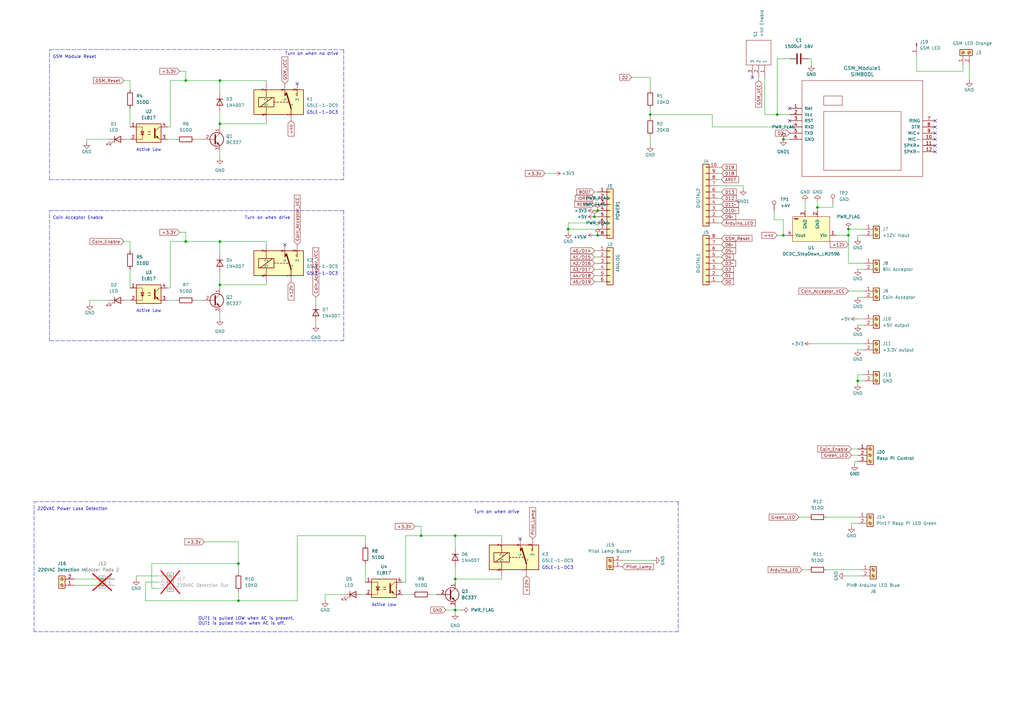
<source format=kicad_sch>
(kicad_sch (version 20230121) (generator eeschema)
  (paper "A3")
  (title_block (title "Arduino UNO R4 Shield Template") (date "2023-08-26") (rev "1A") (company "miekush"))
  (lib_symbols
    (symbol "2MS1T1B3M2QES:2MS1T1B3M2QES" (pin_names (offset 0.762))
      (property "Reference" "S" (at 16.51 7.62 0))
      (property "Value" "2MS1T1B3M2QES" (at 16.51 5.08 0))
      (symbol "2MS1T1B3M2QES_0_0"
        (pin passive line (at 0 -5.08 0) (length 5.08) (name "1") (number "1"))
        (pin passive line (at 0 -2.54 0) (length 5.08) (name "2") (number "2"))
        (pin passive line (at 0 0 0) (length 5.08) (name "3") (number "3"))
      )
    )
    (symbol "Connector:Conn_01x01_Pin" (pin_names (offset 1.016) hide)
      (property "Reference" "J" (at 0 2.54 0))
      (property "Value" "Conn_01x01_Pin" (at 0 -2.54 0))
      (symbol "Conn_01x01_Pin_1_1"
        (pin passive line (at 5.08 0 180) (length 3.81) (name "Pin_1") (number "1"))
      )
    )
    (symbol "Connector:Screw_Terminal_01x02" (pin_names (offset 1.016) hide)
      (property "Reference" "J" (at 0 2.54 0))
      (property "Value" "Screw_Terminal_01x02" (at 0 -5.08 0))
      (symbol "Screw_Terminal_01x02_1_1"
        (pin passive line (at -5.08 0 0) (length 3.81) (name "Pin_1") (number "1"))
        (pin passive line (at -5.08 -2.54 0) (length 3.81) (name "Pin_2") (number "2"))
      )
    )
    (symbol "Connector:Screw_Terminal_01x03" (pin_names (offset 1.016) hide)
      (property "Reference" "J" (at 0 5.08 0))
      (property "Value" "Screw_Terminal_01x03" (at 0 -5.08 0))
      (symbol "Screw_Terminal_01x03_1_1"
        (pin passive line (at -5.08 2.54 0) (length 3.81) (name "Pin_1") (number "1"))
        (pin passive line (at -5.08 0 0) (length 3.81) (name "Pin_2") (number "2"))
        (pin passive line (at -5.08 -2.54 0) (length 3.81) (name "Pin_3") (number "3"))
      )
    )
    (symbol "Connector:TestPoint" (pin_numbers hide) (pin_names (offset 0.762) hide)
      (property "Reference" "TP" (at 0 6.858 0))
      (property "Value" "TestPoint" (at 0 5.08 0))
      (symbol "TestPoint_1_1"
        (pin passive line (at 0 0 90) (length 2.54) (name "1") (number "1"))
      )
    )
    (symbol "Connector_Generic:Conn_01x06" (pin_names (offset 1.016) hide)
      (property "Reference" "J" (at 0 7.62 0))
      (property "Value" "Conn_01x06" (at 0 -10.16 0))
      (symbol "Conn_01x06_1_1"
        (pin passive line (at -5.08 5.08 0) (length 3.81) (name "Pin_1") (number "1"))
        (pin passive line (at -5.08 2.54 0) (length 3.81) (name "Pin_2") (number "2"))
        (pin passive line (at -5.08 0 0) (length 3.81) (name "Pin_3") (number "3"))
        (pin passive line (at -5.08 -2.54 0) (length 3.81) (name "Pin_4") (number "4"))
        (pin passive line (at -5.08 -5.08 0) (length 3.81) (name "Pin_5") (number "5"))
        (pin passive line (at -5.08 -7.62 0) (length 3.81) (name "Pin_6") (number "6"))
      )
    )
    (symbol "Connector_Generic:Conn_01x08" (pin_names (offset 1.016) hide)
      (property "Reference" "J" (at 0 10.16 0))
      (property "Value" "Conn_01x08" (at 0 -12.7 0))
      (symbol "Conn_01x08_1_1"
        (pin passive line (at -5.08 7.62 0) (length 3.81) (name "Pin_1") (number "1"))
        (pin passive line (at -5.08 5.08 0) (length 3.81) (name "Pin_2") (number "2"))
        (pin passive line (at -5.08 2.54 0) (length 3.81) (name "Pin_3") (number "3"))
        (pin passive line (at -5.08 0 0) (length 3.81) (name "Pin_4") (number "4"))
        (pin passive line (at -5.08 -2.54 0) (length 3.81) (name "Pin_5") (number "5"))
        (pin passive line (at -5.08 -5.08 0) (length 3.81) (name "Pin_6") (number "6"))
        (pin passive line (at -5.08 -7.62 0) (length 3.81) (name "Pin_7") (number "7"))
        (pin passive line (at -5.08 -10.16 0) (length 3.81) (name "Pin_8") (number "8"))
      )
    )
    (symbol "Connector_Generic:Conn_01x10" (pin_names (offset 1.016) hide)
      (property "Reference" "J" (at 0 12.7 0))
      (property "Value" "Conn_01x10" (at 0 -15.24 0))
      (symbol "Conn_01x10_1_1"
        (pin passive line (at -5.08 10.16 0) (length 3.81) (name "Pin_1") (number "1"))
        (pin passive line (at -5.08 -12.7 0) (length 3.81) (name "Pin_10") (number "10"))
        (pin passive line (at -5.08 7.62 0) (length 3.81) (name "Pin_2") (number "2"))
        (pin passive line (at -5.08 5.08 0) (length 3.81) (name "Pin_3") (number "3"))
        (pin passive line (at -5.08 2.54 0) (length 3.81) (name "Pin_4") (number "4"))
        (pin passive line (at -5.08 0 0) (length 3.81) (name "Pin_5") (number "5"))
        (pin passive line (at -5.08 -2.54 0) (length 3.81) (name "Pin_6") (number "6"))
        (pin passive line (at -5.08 -5.08 0) (length 3.81) (name "Pin_7") (number "7"))
        (pin passive line (at -5.08 -7.62 0) (length 3.81) (name "Pin_8") (number "8"))
        (pin passive line (at -5.08 -10.16 0) (length 3.81) (name "Pin_9") (number "9"))
      )
    )
    (symbol "Device:C" (pin_numbers hide) (pin_names (offset 0.254))
      (property "Reference" "C" (at 0.635 2.54 0))
      (property "Value" "C" (at 0.635 -2.54 0))
      (symbol "C_1_1"
        (pin passive line (at 0 3.81 270) (length 2.794) (name "~") (number "1"))
        (pin passive line (at 0 -3.81 90) (length 2.794) (name "~") (number "2"))
      )
    )
    (symbol "Device:LED" (pin_numbers hide) (pin_names (offset 1.016) hide)
      (property "Reference" "D" (at 0 2.54 0))
      (property "Value" "LED" (at 0 -2.54 0))
      (symbol "LED_1_1"
        (pin passive line (at -3.81 0 0) (length 2.54) (name "K") (number "1"))
        (pin passive line (at 3.81 0 180) (length 2.54) (name "A") (number "2"))
      )
    )
    (symbol "Device:R" (pin_numbers hide) (pin_names (offset 0))
      (property "Reference" "R" (at 2.032 0 90))
      (property "Value" "R" (at 0 0 90))
      (symbol "R_1_1"
        (pin passive line (at 0 3.81 270) (length 1.27) (name "~") (number "1"))
        (pin passive line (at 0 -3.81 90) (length 1.27) (name "~") (number "2"))
      )
    )
    (symbol "Diode:1N4007" (pin_numbers hide) (pin_names hide)
      (property "Reference" "D" (at 0 2.54 0))
      (property "Value" "1N4007" (at 0 -2.54 0))
      (symbol "1N4007_1_1"
        (pin passive line (at -3.81 0 0) (length 2.54) (name "K") (number "1"))
        (pin passive line (at 3.81 0 180) (length 2.54) (name "A") (number "2"))
      )
    )
    (symbol "G5LE-1-DC5:G5LE-1-DC5" (pin_names (offset 0.762))
      (property "Reference" "K" (at 16.51 7.62 0))
      (property "Value" "G5LE-1-DC5" (at 16.51 5.08 0))
      (symbol "G5LE-1-DC5_0_0"
        (pin passive line (at 10.16 -13.97 90) (length 5.08) (name "1") (number "1"))
        (pin passive line (at 0 1.27 270) (length 5.08) (name "2") (number "2"))
        (pin passive line (at 12.7 1.27 270) (length 5.08) (name "3") (number "3"))
        (pin passive line (at 7.62 1.27 270) (length 5.08) (name "4") (number "4"))
        (pin passive line (at 0 -13.97 90) (length 5.08) (name "5") (number "5"))
      )
    )
    (symbol "Isolator:EL817" (pin_names (offset 1.016))
      (property "Reference" "U" (at -5.08 5.08 0))
      (property "Value" "EL817" (at 0 5.08 0))
      (symbol "EL817_1_1"
        (pin passive line (at -7.62 2.54 0) (length 2.54) (name "~") (number "1"))
        (pin passive line (at -7.62 -2.54 0) (length 2.54) (name "~") (number "2"))
        (pin passive line (at 7.62 -2.54 180) (length 2.54) (name "~") (number "3"))
        (pin passive line (at 7.62 2.54 180) (length 2.54) (name "~") (number "4"))
      )
    )
    (symbol "Transistor_BJT:BC337" (pin_names (offset 0) hide)
      (property "Reference" "Q" (at 5.08 1.905 0))
      (property "Value" "BC337" (at 5.08 0 0))
      (symbol "BC337_1_1"
        (pin passive line (at 2.54 5.08 270) (length 2.54) (name "C") (number "1"))
        (pin input line (at -5.08 0 0) (length 5.08) (name "B") (number "2"))
        (pin passive line (at 2.54 -5.08 90) (length 2.54) (name "E") (number "3"))
      )
    )
    (symbol "power:+3.3V" (power) (pin_names (offset 0))
      (property "Value" "+3.3V" (at 0 3.556 0))
      (symbol "+3.3V_1_1"
        (pin power_in line (at 0 0 90) (length 0) hide (name "+3V3") (number "1"))
      )
    )
    (symbol "power:+5V" (power) (pin_names (offset 0))
      (property "Value" "+5V" (at 0 3.556 0))
      (symbol "+5V_1_1"
        (pin power_in line (at 0 0 90) (length 0) hide (name "+5V") (number "1"))
      )
    )
    (symbol "power:+VSW" (power) (pin_names (offset 0))
      (property "Value" "+VSW" (at 0 3.556 0))
      (symbol "+VSW_1_1"
        (pin power_in line (at 0 0 90) (length 0) hide (name "+VSW") (number "1"))
      )
    )
    (symbol "power:GND" (power) (pin_names (offset 0))
      (property "Value" "GND" (at 0 -3.81 0))
      (symbol "GND_1_1"
        (pin power_in line (at 0 0 270) (length 0) hide (name "GND") (number "1"))
      )
    )
    (symbol "power:GND1" (power) (pin_names (offset 0))
      (property "Value" "GND1" (at 0 -3.81 0))
      (symbol "GND1_1_1"
        (pin power_in line (at 0 0 270) (length 0) hide (name "GND1") (number "1"))
      )
    )
    (symbol "power:PWR_FLAG" (power) (pin_numbers hide) (pin_names (offset 0) hide)
      (property "Value" "PWR_FLAG" (at 0 3.81 0))
      (symbol "PWR_FLAG_0_0"
        (pin power_out line (at 0 0 90) (length 0) (name "pwr") (number "1"))
      )
    )
    (symbol "sim800l:SIM800L" (pin_names (offset 1.016))
      (property "Reference" "GSM_Module1" (at 0.635 22.86 0))
      (property "Value" "SIM800L" (at 0.635 20.32 0))
      (symbol "SIM800L_1_1"
        (pin output line (at -29.21 6.35 0) (length 5.08) (name "Net") (number "1"))
        (pin output line (at 30.48 -6.35 180) (length 5.08) (name "MIC-") (number "10"))
        (pin output line (at 30.48 -8.89 180) (length 5.08) (name "SPKR+") (number "11"))
        (pin output line (at 30.48 -11.43 180) (length 5.08) (name "SPKR-") (number "12"))
        (pin output line (at -29.21 3.81 0) (length 5.08) (name "Vcc") (number "2"))
        (pin output line (at -29.21 1.27 0) (length 5.08) (name "RST") (number "3"))
        (pin output line (at -29.21 -1.27 0) (length 5.08) (name "RXD") (number "4"))
        (pin output line (at -29.21 -3.81 0) (length 5.08) (name "TXD") (number "5"))
        (pin input line (at -29.21 -6.35 0) (length 5.08) (name "GND") (number "6"))
        (pin output line (at 30.48 1.27 180) (length 5.08) (name "RING") (number "7"))
        (pin output line (at 30.48 -1.27 180) (length 5.08) (name "DTR") (number "8"))
        (pin output line (at 30.48 -3.81 180) (length 5.08) (name "MIC+") (number "9"))
      )
    )
    (symbol "yaaj_dcdc_stepdown_lm2596:YAAJ_DCDC_StepDown_LM2596" (pin_names (offset 1.016))
      (property "Reference" "U1" (at 0 7.62 0))
      (property "Value" "YAAJ_DCDC_StepDown_LM2596" (at 0 10.16 0))
      (symbol "YAAJ_DCDC_StepDown_LM2596_1_1"
        (text "Y@@V" (at 6.1976 -4.2672 0) (effects (font (size 0.508 0.508))))
        (pin power_in line (at -10.16 2.54 0) (length 2.54) (name "Vin") (number "1"))
        (pin input line (at -2.54 -7.62 90) (length 2.54) (name "GND") (number "2"))
        (pin input line (at 2.54 -7.62 90) (length 2.54) (name "GND") (number "3"))
        (pin power_out line (at 10.16 2.54 180) (length 2.54) (name "Vout") (number "4"))
      )
    )
  )
  (junction (at 233.045 93.98))
  (junction (at 90.17 33.02))
  (junction (at 90.17 116.84))
  (junction (at 90.17 50.8))
  (junction (at 97.79 246.38))
  (junction (at 351.79 156.21))
  (junction (at 76.2 99.06))
  (junction (at 172.72 219.71))
  (junction (at 335.28 85.09))
  (junction (at 266.7 46.99))
  (junction (at 318.77 46.99))
  (junction (at 76.2 33.02))
  (junction (at 321.31 57.15))
  (junction (at 97.79 231.14))
  (junction (at 347.98 93.98))
  (junction (at 243.84 88.9))
  (junction (at 245.11 86.36))
  (junction (at 321.31 96.52))
  (junction (at 90.17 99.06))
  (junction (at 347.98 96.52))
  (junction (at 245.11 96.52))
  (junction (at 186.69 250.19))
  (junction (at 186.69 219.71))
  (junction (at 186.69 237.49))
  (no_connect (at 383.54 54.61))
  (no_connect (at 383.54 57.15))
  (no_connect (at 383.54 52.07))
  (no_connect (at 383.54 62.23))
  (no_connect (at 383.54 59.69))
  (no_connect (at 308.61 31.75))
  (no_connect (at 116.84 100.33))
  (no_connect (at 323.85 44.45))
  (no_connect (at 121.92 34.29))
  (no_connect (at 323.85 49.53))
  (no_connect (at 213.36 220.98))
  (no_connect (at 383.54 49.53))
  (wire (pts (xy 339.09 233.68) (xy 353.06 233.68)))
  (wire (pts (xy 121.92 219.71) (xy 149.86 219.71)))
  (wire (pts (xy 166.37 219.71) (xy 172.72 219.71)))
  (wire (pts (xy 243.84 88.9) (xy 245.11 88.9)))
  (wire (pts (xy 266.7 46.99) (xy 266.7 48.26)))
  (wire (pts (xy 90.17 45.72) (xy 90.17 50.8)))
  (wire (pts (xy 129.54 132.08) (xy 129.54 133.35)))
  (wire (pts (xy 255.27 229.87) (xy 267.97 229.87)))
  (polyline (pts (xy 278.13 205.74) (xy 278.13 259.08)) (stroke (width 0) (type dash)))
  (polyline (pts (xy 20.32 73.66) (xy 20.32 20.32)) (stroke (width 0) (type dash)))
  (wire (pts (xy 109.22 33.02) (xy 90.17 33.02)))
  (wire (pts (xy 109.22 33.02) (xy 109.22 34.29)))
  (wire (pts (xy 295.91 88.9) (xy 294.64 88.9)))
  (wire (pts (xy 335.28 82.55) (xy 335.28 85.09)))
  (wire (pts (xy 304.8 76.2) (xy 304.8 77.47)))
  (wire (pts (xy 349.25 214.63) (xy 351.79 214.63)))
  (wire (pts (xy 351.79 130.81) (xy 354.33 130.81)))
  (wire (pts (xy 68.58 123.19) (xy 72.39 123.19)))
  (wire (pts (xy 243.84 113.03) (xy 245.11 113.03)))
  (wire (pts (xy 166.37 238.76) (xy 166.37 219.71)))
  (wire (pts (xy 295.91 91.44) (xy 294.64 91.44)))
  (wire (pts (xy 53.34 99.06) (xy 50.8 99.06)))
  (wire (pts (xy 233.045 93.98) (xy 245.11 93.98)))
  (wire (pts (xy 186.69 250.19) (xy 186.69 251.46)))
  (wire (pts (xy 73.66 29.21) (xy 76.2 29.21)))
  (wire (pts (xy 266.7 44.45) (xy 266.7 46.99)))
  (wire (pts (xy 73.66 95.25) (xy 76.2 95.25)))
  (wire (pts (xy 243.84 83.82) (xy 245.11 83.82)))
  (wire (pts (xy 294.64 97.79) (xy 295.91 97.79)))
  (wire (pts (xy 97.79 246.38) (xy 97.79 242.57)))
  (wire (pts (xy 35.56 57.15) (xy 35.56 58.42)))
  (wire (pts (xy 375.92 29.21) (xy 394.97 29.21)))
  (wire (pts (xy 331.47 24.13) (xy 332.74 24.13)))
  (wire (pts (xy 129.54 121.92) (xy 129.54 124.46)))
  (wire (pts (xy 295.91 86.36) (xy 294.64 86.36)))
  (wire (pts (xy 323.85 24.13) (xy 318.77 24.13)))
  (wire (pts (xy 62.23 231.14) (xy 97.79 231.14)))
  (wire (pts (xy 349.25 184.15) (xy 351.79 184.15)))
  (wire (pts (xy 243.84 115.57) (xy 245.11 115.57)))
  (wire (pts (xy 53.34 33.02) (xy 50.8 33.02)))
  (wire (pts (xy 330.2 82.55) (xy 330.2 86.36)))
  (wire (pts (xy 53.34 102.87) (xy 53.34 99.06)))
  (wire (pts (xy 165.1 243.84) (xy 168.91 243.84)))
  (wire (pts (xy 83.82 222.25) (xy 97.79 222.25)))
  (polyline (pts (xy 13.97 259.08) (xy 13.97 205.74)) (stroke (width 0) (type dash)))
  (wire (pts (xy 292.1 52.07) (xy 292.1 46.99)))
  (wire (pts (xy 53.34 110.49) (xy 53.34 118.11)))
  (wire (pts (xy 109.22 99.06) (xy 109.22 100.33)))
  (wire (pts (xy 233.045 91.44) (xy 245.11 91.44)))
  (wire (pts (xy 335.28 85.09) (xy 335.28 86.36)))
  (wire (pts (xy 266.7 46.99) (xy 292.1 46.99)))
  (wire (pts (xy 186.69 232.41) (xy 186.69 237.49)))
  (wire (pts (xy 318.77 96.52) (xy 321.31 96.52)))
  (wire (pts (xy 76.2 33.02) (xy 90.17 33.02)))
  (wire (pts (xy 69.85 52.07) (xy 69.85 33.02)))
  (wire (pts (xy 109.22 115.57) (xy 109.22 116.84)))
  (polyline (pts (xy 140.97 139.7) (xy 20.32 139.7)) (stroke (width 0) (type dash)))
  (wire (pts (xy 266.7 31.75) (xy 266.7 36.83)))
  (wire (pts (xy 30.48 240.03) (xy 46.99 240.03)))
  (wire (pts (xy 351.79 143.51) (xy 354.33 143.51)))
  (wire (pts (xy 351.79 121.92) (xy 354.33 121.92)))
  (polyline (pts (xy 20.32 20.32) (xy 140.97 20.32)) (stroke (width 0) (type dash)))
  (wire (pts (xy 351.79 156.21) (xy 351.79 157.48)))
  (wire (pts (xy 233.045 91.44) (xy 233.045 93.98)))
  (wire (pts (xy 321.31 96.52) (xy 322.58 96.52)))
  (wire (pts (xy 294.64 107.95) (xy 295.91 107.95)))
  (wire (pts (xy 295.91 83.82) (xy 294.64 83.82)))
  (wire (pts (xy 62.23 231.14) (xy 62.23 241.3)))
  (wire (pts (xy 323.85 52.07) (xy 292.1 52.07)))
  (wire (pts (xy 311.15 33.02) (xy 311.15 31.75)))
  (wire (pts (xy 52.07 57.15) (xy 53.34 57.15)))
  (wire (pts (xy 205.74 219.71) (xy 205.74 220.98)))
  (wire (pts (xy 266.7 55.88) (xy 266.7 59.69)))
  (wire (pts (xy 347.98 96.52) (xy 347.98 107.95)))
  (wire (pts (xy 332.74 24.13) (xy 332.74 26.67)))
  (wire (pts (xy 97.79 222.25) (xy 97.79 231.14)))
  (wire (pts (xy 351.79 133.35) (xy 354.33 133.35)))
  (wire (pts (xy 68.58 52.07) (xy 69.85 52.07)))
  (wire (pts (xy 347.98 107.95) (xy 354.33 107.95)))
  (polyline (pts (xy 13.97 205.74) (xy 278.13 205.74)) (stroke (width 0) (type dash)))
  (wire (pts (xy 351.79 156.21) (xy 351.79 153.67)))
  (wire (pts (xy 332.74 140.97) (xy 354.33 140.97)))
  (wire (pts (xy 259.08 31.75) (xy 266.7 31.75)))
  (wire (pts (xy 205.74 237.49) (xy 186.69 237.49)))
  (wire (pts (xy 243.84 105.41) (xy 245.11 105.41)))
  (wire (pts (xy 62.23 241.3) (xy 64.77 241.3)))
  (polyline (pts (xy 140.97 86.36) (xy 140.97 139.7)) (stroke (width 0) (type dash)))
  (wire (pts (xy 68.58 118.11) (xy 69.85 118.11)))
  (wire (pts (xy 347.98 119.38) (xy 354.33 119.38)))
  (wire (pts (xy 59.69 246.38) (xy 97.79 246.38)))
  (wire (pts (xy 109.22 50.8) (xy 90.17 50.8)))
  (wire (pts (xy 233.045 93.98) (xy 233.045 95.25)))
  (wire (pts (xy 76.2 29.21) (xy 76.2 33.02)))
  (wire (pts (xy 351.79 110.49) (xy 354.33 110.49)))
  (wire (pts (xy 186.69 237.49) (xy 186.69 238.76)))
  (wire (pts (xy 133.35 243.84) (xy 140.97 243.84)))
  (wire (pts (xy 90.17 128.27) (xy 90.17 130.81)))
  (polyline (pts (xy 278.13 259.08) (xy 13.97 259.08)) (stroke (width 0) (type dash)))
  (wire (pts (xy 331.47 233.68) (xy 328.93 233.68)))
  (wire (pts (xy 350.52 190.5) (xy 350.52 189.23)))
  (wire (pts (xy 294.64 113.03) (xy 295.91 113.03)))
  (wire (pts (xy 397.51 26.67) (xy 397.51 33.02)))
  (wire (pts (xy 176.53 243.84) (xy 179.07 243.84)))
  (wire (pts (xy 121.92 246.38) (xy 121.92 219.71)))
  (wire (pts (xy 243.84 78.74) (xy 245.11 78.74)))
  (wire (pts (xy 243.84 102.87) (xy 245.11 102.87)))
  (wire (pts (xy 97.79 231.14) (xy 97.79 234.95)))
  (wire (pts (xy 313.69 46.99) (xy 318.77 46.99)))
  (wire (pts (xy 243.84 107.95) (xy 245.11 107.95)))
  (wire (pts (xy 243.84 81.28) (xy 245.11 81.28)))
  (wire (pts (xy 90.17 111.76) (xy 90.17 116.84)))
  (wire (pts (xy 350.52 189.23) (xy 351.79 189.23)))
  (wire (pts (xy 109.22 49.53) (xy 109.22 50.8)))
  (wire (pts (xy 170.18 215.9) (xy 172.72 215.9)))
  (wire (pts (xy 205.74 219.71) (xy 186.69 219.71)))
  (wire (pts (xy 64.77 236.22) (xy 55.88 236.22)))
  (wire (pts (xy 68.58 57.15) (xy 72.39 57.15)))
  (wire (pts (xy 394.97 29.21) (xy 394.97 26.67)))
  (wire (pts (xy 148.59 243.84) (xy 149.86 243.84)))
  (wire (pts (xy 294.64 102.87) (xy 295.91 102.87)))
  (wire (pts (xy 351.79 156.21) (xy 354.33 156.21)))
  (wire (pts (xy 294.64 105.41) (xy 295.91 105.41)))
  (wire (pts (xy 351.79 96.52) (xy 351.79 97.79)))
  (wire (pts (xy 90.17 50.8) (xy 90.17 52.07)))
  (wire (pts (xy 223.52 71.12) (xy 227.33 71.12)))
  (wire (pts (xy 294.64 71.12) (xy 295.91 71.12)))
  (wire (pts (xy 182.88 250.19) (xy 186.69 250.19)))
  (polyline (pts (xy 140.97 20.32) (xy 140.97 73.66)) (stroke (width 0) (type dash)))
  (wire (pts (xy 35.56 57.15) (xy 44.45 57.15)))
  (polyline (pts (xy 20.32 139.7) (xy 20.32 86.36)) (stroke (width 0) (type dash)))
  (wire (pts (xy 69.85 33.02) (xy 76.2 33.02)))
  (wire (pts (xy 295.91 78.74) (xy 294.64 78.74)))
  (wire (pts (xy 186.69 248.92) (xy 186.69 250.19)))
  (wire (pts (xy 317.5 90.17) (xy 317.5 86.36)))
  (wire (pts (xy 349.25 214.63) (xy 349.25 215.9)))
  (wire (pts (xy 90.17 116.84) (xy 90.17 118.11)))
  (wire (pts (xy 375.92 22.86) (xy 375.92 29.21)))
  (wire (pts (xy 243.84 96.52) (xy 245.11 96.52)))
  (wire (pts (xy 321.31 90.17) (xy 317.5 90.17)))
  (wire (pts (xy 318.77 24.13) (xy 318.77 46.99)))
  (wire (pts (xy 186.69 219.71) (xy 186.69 224.79)))
  (wire (pts (xy 321.31 90.17) (xy 321.31 96.52)))
  (wire (pts (xy 327.66 212.09) (xy 331.47 212.09)))
  (polyline (pts (xy 140.97 73.66) (xy 20.32 73.66)) (stroke (width 0) (type dash)))
  (wire (pts (xy 90.17 33.02) (xy 90.17 38.1)))
  (wire (pts (xy 53.34 44.45) (xy 53.34 52.07)))
  (wire (pts (xy 133.35 243.84) (xy 133.35 246.38)))
  (wire (pts (xy 36.83 123.19) (xy 36.83 124.46)))
  (wire (pts (xy 347.98 96.52) (xy 347.98 93.98)))
  (wire (pts (xy 335.28 85.09) (xy 341.63 85.09)))
  (wire (pts (xy 295.91 81.28) (xy 294.64 81.28)))
  (wire (pts (xy 342.9 96.52) (xy 347.98 96.52)))
  (wire (pts (xy 354.33 96.52) (xy 351.79 96.52)))
  (wire (pts (xy 347.98 93.98) (xy 354.33 93.98)))
  (wire (pts (xy 53.34 36.83) (xy 53.34 33.02)))
  (wire (pts (xy 294.64 110.49) (xy 295.91 110.49)))
  (wire (pts (xy 149.86 231.14) (xy 149.86 238.76)))
  (wire (pts (xy 243.84 110.49) (xy 245.11 110.49)))
  (wire (pts (xy 313.69 31.75) (xy 313.69 46.99)))
  (wire (pts (xy 353.06 236.22) (xy 346.71 236.22)))
  (wire (pts (xy 341.63 85.09) (xy 341.63 83.82)))
  (wire (pts (xy 339.09 212.09) (xy 351.79 212.09)))
  (wire (pts (xy 97.79 246.38) (xy 121.92 246.38)))
  (wire (pts (xy 109.22 116.84) (xy 90.17 116.84)))
  (wire (pts (xy 36.83 123.19) (xy 44.45 123.19)))
  (wire (pts (xy 165.1 238.76) (xy 166.37 238.76)))
  (wire (pts (xy 294.64 68.58) (xy 295.91 68.58)))
  (wire (pts (xy 64.77 238.76) (xy 59.69 238.76)))
  (wire (pts (xy 149.86 223.52) (xy 149.86 219.71)))
  (wire (pts (xy 294.64 73.66) (xy 295.91 73.66)))
  (wire (pts (xy 349.25 186.69) (xy 351.79 186.69)))
  (wire (pts (xy 323.85 57.15) (xy 321.31 57.15)))
  (wire (pts (xy 52.07 123.19) (xy 53.34 123.19)))
  (wire (pts (xy 90.17 99.06) (xy 90.17 104.14)))
  (wire (pts (xy 80.01 57.15) (xy 82.55 57.15)))
  (wire (pts (xy 186.69 250.19) (xy 189.23 250.19)))
  (wire (pts (xy 76.2 99.06) (xy 90.17 99.06)))
  (wire (pts (xy 243.84 86.36) (xy 245.11 86.36)))
  (wire (pts (xy 318.77 46.99) (xy 323.85 46.99)))
  (wire (pts (xy 55.88 236.22) (xy 55.88 237.49)))
  (polyline (pts (xy 20.32 86.36) (xy 140.97 86.36)) (stroke (width 0) (type dash)))
  (wire (pts (xy 294.64 115.57) (xy 295.91 115.57)))
  (wire (pts (xy 69.85 118.11) (xy 69.85 99.06)))
  (wire (pts (xy 69.85 99.06) (xy 76.2 99.06)))
  (wire (pts (xy 172.72 219.71) (xy 186.69 219.71)))
  (wire (pts (xy 172.72 215.9) (xy 172.72 219.71)))
  (wire (pts (xy 294.64 76.2) (xy 304.8 76.2)))
  (wire (pts (xy 205.74 236.22) (xy 205.74 237.49)))
  (wire (pts (xy 30.48 237.49) (xy 46.99 237.49)))
  (wire (pts (xy 294.64 100.33) (xy 295.91 100.33)))
  (wire (pts (xy 59.69 238.76) (xy 59.69 246.38)))
  (wire (pts (xy 76.2 95.25) (xy 76.2 99.06)))
  (wire (pts (xy 109.22 99.06) (xy 90.17 99.06)))
  (wire (pts (xy 351.79 153.67) (xy 354.33 153.67)))
  (wire (pts (xy 90.17 62.23) (xy 90.17 64.77)))
  (wire (pts (xy 80.01 123.19) (xy 82.55 123.19)))
  (text "G5LE-1-DC3" (at 222.25 233.68 0) (effects (font (size 1.27 1.27)) (justify left bottom)))
  (text "Active Low" (at 55.88 128.27 0) (effects (font (size 1.27 1.27)) (justify left bottom)))
  (text "Turn on when drive" (at 100.33 90.17 0) (effects (font (size 1.27 1.27)) (justify left bottom)))
  (text "Turn on when drive" (at 194.31 210.82 0) (effects (font (size 1.27 1.27)) (justify left bottom)))
  (text "G5LE-1-DC3" (at 125.73 46.99 0) (effects (font (size 1.27 1.27)) (justify left bottom)))
  (text "Coin Acceptor Enable" (at 21.59 90.17 0) (effects (font (size 1.27 1.27)) (justify left bottom)))
  (text "GSM Module Reset" (at 21.59 24.13 0) (effects (font (size 1.27 1.27)) (justify left bottom)))
  (text "Turn on when no drive" (at 116.84 22.86 0) (effects (font (size 1.27 1.27)) (justify left bottom)))
  (text "OUT1 is pulled LOW when AC is present.\nOUT1 is pulled HIGH when AC is off." (at 81.28 256.54 0) (effects (font (size 1.27 1.27)) (justify left bottom)))
  (text "Active Low" (at 152.4 248.92 0) (effects (font (size 1.27 1.27)) (justify left bottom)))
  (text "Active Low" (at 55.88 62.23 0) (effects (font (size 1.27 1.27)) (justify left bottom)))
  (text "G5LE-1-DC3" (at 125.73 113.03 0) (effects (font (size 1.27 1.27)) (justify left bottom)))
  (text "220VAC Power Loss Detection" (at 15.24 209.55 0) (effects (font (size 1.27 1.27)) (justify left bottom)))
  (global_label "BOOT" (shape input) (at 243.84 78.74 180) (property "Intersheetrefs" "${INTERSHEET_REFS}" (effects hide)))
  (global_label "Coin_Acceptor_VCC" (shape input) (at 347.98 119.38 180) (property "Intersheetrefs" "${INTERSHEET_REFS}" (effects hide)))
  (global_label "D12" (shape input) (at 295.91 81.28 0) (property "Intersheetrefs" "${INTERSHEET_REFS}" (effects hide)))
  (global_label "+3.3V" (shape input) (at 170.18 215.9 180) (property "Intersheetrefs" "${INTERSHEET_REFS}" (effects hide)))
  (global_label "D19" (shape input) (at 295.91 68.58 0) (property "Intersheetrefs" "${INTERSHEET_REFS}" (effects hide)))
  (global_label "+4V" (shape input) (at 318.77 96.52 180) (property "Intersheetrefs" "${INTERSHEET_REFS}" (effects hide)))
  (global_label "IOREF" (shape input) (at 243.84 81.28 180) (property "Intersheetrefs" "${INTERSHEET_REFS}" (effects hide)))
  (global_label "+3.3V" (shape input) (at 83.82 222.25 180) (property "Intersheetrefs" "${INTERSHEET_REFS}" (effects hide)))
  (global_label "+12V" (shape input) (at 119.38 115.57 270) (property "Intersheetrefs" "${INTERSHEET_REFS}" (effects hide)))
  (global_label "D13" (shape input) (at 295.91 78.74 0) (property "Intersheetrefs" "${INTERSHEET_REFS}" (effects hide)))
  (global_label "Green_LED" (shape input) (at 349.25 186.69 180) (property "Intersheetrefs" "${INTERSHEET_REFS}" (effects hide)))
  (global_label "Pilot_Lamp" (shape input) (at 218.44 220.98 90) (property "Intersheetrefs" "${INTERSHEET_REFS}" (effects hide)))
  (global_label "Arduino_LED" (shape input) (at 295.91 91.44 0) (property "Intersheetrefs" "${INTERSHEET_REFS}" (effects hide)))
  (global_label "AREF" (shape input) (at 295.91 73.66 0) (property "Intersheetrefs" "${INTERSHEET_REFS}" (effects hide)))
  (global_label "+3.3V" (shape input) (at 73.66 29.21 180) (property "Intersheetrefs" "${INTERSHEET_REFS}" (effects hide)))
  (global_label "A0{slash}D14" (shape input) (at 243.84 102.87 180) (property "Intersheetrefs" "${INTERSHEET_REFS}" (effects hide)))
  (global_label "GSM_Reset" (shape input) (at 50.8 33.02 180) (property "Intersheetrefs" "${INTERSHEET_REFS}" (effects hide)))
  (global_label "D4" (shape input) (at 295.91 105.41 0) (property "Intersheetrefs" "${INTERSHEET_REFS}" (effects hide)))
  (global_label "Pilot_Lamp" (shape input) (at 255.27 232.41 0) (property "Intersheetrefs" "${INTERSHEET_REFS}" (effects hide)))
  (global_label "GND" (shape input) (at 182.88 250.19 180) (property "Intersheetrefs" "${INTERSHEET_REFS}" (effects hide)))
  (global_label "D3~" (shape input) (at 323.85 54.61 180) (property "Intersheetrefs" "${INTERSHEET_REFS}" (effects hide)))
  (global_label "A1{slash}D15" (shape input) (at 243.84 105.41 180) (property "Intersheetrefs" "${INTERSHEET_REFS}" (effects hide)))
  (global_label "A4{slash}D18" (shape input) (at 243.84 113.03 180) (property "Intersheetrefs" "${INTERSHEET_REFS}" (effects hide)))
  (global_label "Coin_Enable" (shape input) (at 50.8 99.06 180) (property "Intersheetrefs" "${INTERSHEET_REFS}" (effects hide)))
  (global_label "D5~" (shape input) (at 295.91 102.87 0) (property "Intersheetrefs" "${INTERSHEET_REFS}" (effects hide)))
  (global_label "A3{slash}D17" (shape input) (at 243.84 110.49 180) (property "Intersheetrefs" "${INTERSHEET_REFS}" (effects hide)))
  (global_label "Coin_Acceptor_VCC" (shape input) (at 121.92 100.33 90) (property "Intersheetrefs" "${INTERSHEET_REFS}" (effects hide)))
  (global_label "A2{slash}D16" (shape input) (at 243.84 107.95 180) (property "Intersheetrefs" "${INTERSHEET_REFS}" (effects hide)))
  (global_label "Arduino_LED" (shape input) (at 328.93 233.68 180) (property "Intersheetrefs" "${INTERSHEET_REFS}" (effects hide)))
  (global_label "D2" (shape input) (at 295.91 110.49 0) (property "Intersheetrefs" "${INTERSHEET_REFS}" (effects hide)))
  (global_label "D6~" (shape input) (at 295.91 100.33 0) (property "Intersheetrefs" "${INTERSHEET_REFS}" (effects hide)))
  (global_label "+3.3V" (shape input) (at 223.52 71.12 180) (property "Intersheetrefs" "${INTERSHEET_REFS}" (effects hide)))
  (global_label "D18" (shape input) (at 295.91 71.12 0) (property "Intersheetrefs" "${INTERSHEET_REFS}" (effects hide)))
  (global_label "D1" (shape input) (at 295.91 113.03 0) (property "Intersheetrefs" "${INTERSHEET_REFS}" (effects hide)))
  (global_label "RESET" (shape input) (at 243.84 83.82 180) (property "Intersheetrefs" "${INTERSHEET_REFS}" (effects hide)))
  (global_label "+12V" (shape input) (at 215.9 236.22 270) (property "Intersheetrefs" "${INTERSHEET_REFS}" (effects hide)))
  (global_label "D10~" (shape input) (at 295.91 86.36 0) (property "Intersheetrefs" "${INTERSHEET_REFS}" (effects hide)))
  (global_label "D11~" (shape input) (at 295.91 83.82 0) (property "Intersheetrefs" "${INTERSHEET_REFS}" (effects hide)))
  (global_label "A5{slash}D19" (shape input) (at 243.84 115.57 180) (property "Intersheetrefs" "${INTERSHEET_REFS}" (effects hide)))
  (global_label "D0" (shape input) (at 295.91 115.57 0) (property "Intersheetrefs" "${INTERSHEET_REFS}" (effects hide)))
  (global_label "Coin_Enable" (shape input) (at 349.25 184.15 180) (property "Intersheetrefs" "${INTERSHEET_REFS}" (effects hide)))
  (global_label "D9~" (shape input) (at 295.91 88.9 0) (property "Intersheetrefs" "${INTERSHEET_REFS}" (effects hide)))
  (global_label "+3.3V" (shape input) (at 73.66 95.25 180) (property "Intersheetrefs" "${INTERSHEET_REFS}" (effects hide)))
  (global_label "Green_LED" (shape input) (at 327.66 212.09 180) (property "Intersheetrefs" "${INTERSHEET_REFS}" (effects hide)))
  (global_label "GSM_VCC" (shape input) (at 311.15 33.02 270) (property "Intersheetrefs" "${INTERSHEET_REFS}" (effects hide)))
  (global_label "D2" (shape input) (at 259.08 31.75 180) (property "Intersheetrefs" "${INTERSHEET_REFS}" (effects hide)))
  (global_label "GSM_Reset" (shape input) (at 295.91 97.79 0) (property "Intersheetrefs" "${INTERSHEET_REFS}" (effects hide)))
  (global_label "+4V" (shape input) (at 119.38 49.53 270) (property "Intersheetrefs" "${INTERSHEET_REFS}" (effects hide)))
  (global_label "Coin_Acceptor_VCC" (shape input) (at 129.54 121.92 90) (property "Intersheetrefs" "${INTERSHEET_REFS}" (effects hide)))
  (global_label "GSM_VCC" (shape input) (at 116.84 34.29 90) (property "Intersheetrefs" "${INTERSHEET_REFS}" (effects hide)))
  (global_label "+12V" (shape input) (at 347.98 100.33 180) (property "Intersheetrefs" "${INTERSHEET_REFS}" (effects hide)))
  (global_label "D3~" (shape input) (at 295.91 107.95 0) (property "Intersheetrefs" "${INTERSHEET_REFS}" (effects hide)))
  (symbol (lib_id "Diode:1N4007") (at 90.17 107.95 270) (unit 1)
    (property "Reference" "D4" (at 92.71 106.68 90) (effects (justify left)))
    (property "Value" "1N4007" (at 92.71 109.22 90) (effects (justify left)))
    (property "Footprint" "Diode_THT:D_DO-41_SOD81_P10.16mm_Horizontal" (effects hide))
    (property "Datasheet" "http://www.vishay.com/docs/88503/1n4001.pdf" (effects hide))
    (property "Sim.Device" "D" (effects hide))
    (property "Sim.Pins" "1=K 2=A" (effects hide))
  )
  (symbol (lib_id "power:+5V") (at 351.79 130.81 90) (unit 1)
    (property "Reference" "#PWR020" (effects hide))
    (property "Value" "+5V" (at 346.71 130.81 90))
  )
  (symbol (lib_id "Connector:Screw_Terminal_01x03") (at 356.87 186.69 0) (unit 1)
    (property "Reference" "J20" (at 359.41 185.42 0) (effects (justify left)))
    (property "Value" "Rasp Pi Control" (at 359.41 187.96 0) (effects (justify left)))
    (property "Footprint" "TerminalBlock_Phoenix:TerminalBlock_Phoenix_MKDS-1,5-3-5.08_1x03_P5.08mm_Horizontal" (effects hide))
    (property "Sim.Enable" "0" (effects hide))
  )
  (symbol (lib_id "power:+5V") (at 243.84 88.9 90) (unit 1)
    (property "Reference" "#PWR04" (effects hide))
    (property "Value" "+5V" (at 238.76 88.9 90))
  )
  (symbol (lib_id "power:GND") (at 55.88 237.49 0) (unit 1)
    (property "Reference" "#PWR024" (effects hide))
    (property "Value" "GND" (at 55.88 241.3 0))
  )
  (symbol (lib_id "Device:R") (at 149.86 227.33 180) (unit 1)
    (property "Reference" "R8" (at 152.4 226.06 0) (effects (justify right)))
    (property "Value" "510Ω" (at 152.4 228.6 0) (effects (justify right)))
    (property "Footprint" "Resistor_THT:R_Axial_DIN0207_L6.3mm_D2.5mm_P10.16mm_Horizontal" (effects hide))
  )
  (symbol (lib_id "Connector:Screw_Terminal_01x02") (at 359.41 93.98 0) (unit 1)
    (property "Reference" "J7" (at 361.95 93.98 0) (effects (justify left)))
    (property "Value" "+12V Input" (at 361.95 96.52 0) (effects (justify left)))
    (property "Footprint" "TerminalBlock_Phoenix:TerminalBlock_Phoenix_MKDS-1,5-2-5.08_1x02_P5.08mm_Horizontal" (effects hide))
    (property "Sim.Enable" "0" (effects hide))
  )
  (symbol (lib_id "power:PWR_FLAG") (at 243.84 88.9 0) (unit 1)
    (property "Reference" "#FLG04" (effects hide))
    (property "Value" "PWR_FLAG" (at 243.84 83.82 0))
  )
  (symbol (lib_id "2MS1T1B3M2QES:2MS1T1B3M2QES") (at 308.61 31.75 90) (unit 1)
    (property "Reference" "S1" (at 309.88 15.24 0) (effects (justify left)))
    (property "Value" "+4V Enable" (at 312.42 15.24 0) (effects (justify left)))
    (property "Footprint" "2MS1T1B3M2QES:2MS1T1B3M2QES" (effects hide))
    (property "Datasheet" "https://www.mouser.it/datasheet/2/979/Dailywell_01132020_2M_Series-1708785.pdf" (effects hide))
    (property "Description" "Toggle Switches SPDT ON-ON" (effects hide))
    (property "Height" "23.63" (effects hide))
    (property "Mouser Part Number" "118-2MS1T1B3M2QES" (effects hide))
    (property "Mouser Price/Stock" "https://www.mouser.co.uk/ProductDetail/Dailywell/2MS1T1B3M2QES?qs=B6kkDfuK7%2FC8dKx8sZvGxg%3D%3D" (effects hide))
    (property "Manufacturer_Name" "Dailywell" (effects hide))
    (property "Manufacturer_Part_Number" "2MS1T1B3M2QES" (effects hide))
    (property "Sim.Enable" "0" (effects hide))
  )
  (symbol (lib_id "Connector_Generic:Conn_01x08") (at 289.56 107.95 180) (unit 1)
    (property "Reference" "J5" (at 289.56 95.25 0))
    (property "Value" "DIGITAL1" (at 286.385 107.95 90))
    (property "Footprint" "Connector_PinHeader_2.54mm:PinHeader_1x08_P2.54mm_Vertical" (effects hide))
    (property "Sim.Enable" "0" (effects hide))
  )
  (symbol (lib_id "Diode:1N4007") (at 90.17 41.91 270) (unit 1)
    (property "Reference" "D3" (at 92.71 40.64 90) (effects (justify left)))
    (property "Value" "1N4007" (at 92.71 43.18 90) (effects (justify left)))
    (property "Footprint" "Diode_THT:D_DO-41_SOD81_P10.16mm_Horizontal" (effects hide))
    (property "Datasheet" "http://www.vishay.com/docs/88503/1n4001.pdf" (effects hide))
    (property "Sim.Device" "D" (effects hide))
    (property "Sim.Pins" "1=K 2=A" (effects hide))
  )
  (symbol (lib_id "yaaj_dcdc_stepdown_lm2596:YAAJ_DCDC_StepDown_LM2596") (at 332.74 93.98 180) (unit 1)
    (property "Reference" "U1" (at 332.74 101.6 0))
    (property "Value" "DCDC_StepDown_LM2596" (at 332.74 104.14 0))
    (property "Footprint" "LM2596_Module:YAAJ_DCDC_StepDown_LM2596" (effects hide))
    (property "Sim.Enable" "0" (effects hide))
  )
  (symbol (lib_id "power:PWR_FLAG") (at 189.23 250.19 270) (unit 1)
    (property "Reference" "#FLG08" (effects hide))
    (property "Value" "PWR_FLAG" (at 193.04 250.19 90) (effects (justify left)))
  )
  (symbol (lib_id "Device:LED") (at 48.26 123.19 0) (unit 1)
    (property "Reference" "D2" (at 46.6725 116.84 0))
    (property "Value" "LED" (at 46.6725 119.38 0))
    (property "Footprint" "LED_THT:LED_D3.0mm" (effects hide))
    (property "Sim.Enable" "0" (effects hide))
  )
  (symbol (lib_id "Connector:Screw_Terminal_01x02") (at 359.41 119.38 0) (unit 1)
    (property "Reference" "J9" (at 361.95 119.38 0) (effects (justify left)))
    (property "Value" "Coin Acceptor" (at 361.95 121.92 0) (effects (justify left)))
    (property "Footprint" "TerminalBlock_Phoenix:TerminalBlock_Phoenix_MKDS-1,5-2-5.08_1x02_P5.08mm_Horizontal" (effects hide))
    (property "Sim.Enable" "0" (effects hide))
  )
  (symbol (lib_id "Device:R") (at 335.28 233.68 270) (unit 1)
    (property "Reference" "R11" (at 335.28 227.33 90))
    (property "Value" "510Ω" (at 335.28 229.87 90))
    (property "Footprint" "Resistor_THT:R_Axial_DIN0207_L6.3mm_D2.5mm_P10.16mm_Horizontal" (effects hide))
    (property "Sim.Enable" "0" (effects hide))
  )
  (symbol (lib_id "Connector:Screw_Terminal_01x02") (at 358.14 233.68 0) (unit 1)
    (property "Reference" "J6" (at 358.14 242.57 0))
    (property "Value" "Pin8 Arduino LED Blue" (at 358.14 240.03 0))
    (property "Footprint" "TerminalBlock_Phoenix:TerminalBlock_Phoenix_MKDS-1,5-2-5.08_1x02_P5.08mm_Horizontal" (effects hide))
    (property "Sim.Enable" "0" (effects hide))
  )
  (symbol (lib_id "Device:R") (at 266.7 52.07 0) (unit 1)
    (property "Reference" "R2" (at 269.24 50.8 0) (effects (justify left)))
    (property "Value" "20KΩ" (at 269.24 53.34 0) (effects (justify left)))
    (property "Footprint" "Resistor_THT:R_Axial_DIN0207_L6.3mm_D2.5mm_P10.16mm_Horizontal" (effects hide))
    (property "Sim.Enable" "0" (effects hide))
  )
  (symbol (lib_id "G5LE-1-DC5:G5LE-1-DC5") (at 205.74 222.25 0) (unit 1)
    (property "Reference" "K3" (at 222.25 227.33 0) (effects (justify left)))
    (property "Value" "G5LE-1-DC5" (at 222.25 229.87 0) (effects (justify left)))
    (property "Footprint" "G5LE-1-DC5:G5LE-1" (effects hide))
    (property "Description" "SPDT Through Hole Non-Latching Relay, 8 A, 5V dc" (effects hide))
    (property "Mouser Part Number" "653-G5LE-1-DC5" (effects hide))
    (property "Mouser Price/Stock" "https://www.mouser.co.uk/ProductDetail/Omron-Electronics/G5LE-1-DC5?qs=ImaqFqjHA4nKN7ETIjn3Lg%3D%3D" (effects hide))
    (property "Manufacturer_Name" "Omron Electronics" (effects hide))
    (property "Manufacturer_Part_Number" "G5LE-1-DC5" (effects hide))
    (property "Sim.Enable" "0" (effects hide))
  )
  (symbol (lib_id "Transistor_BJT:BC337") (at 87.63 57.15 0) (unit 1)
    (property "Reference" "Q1" (at 92.71 55.88 0) (effects (justify left)))
    (property "Value" "BC337" (at 92.71 58.42 0) (effects (justify left)))
    (property "Footprint" "Package_TO_SOT_THT:TO-92_Inline" (effects hide))
    (property "Datasheet" "https://diotec.com/tl_files/diotec/files/pdf/datasheets/bc337.pdf" (effects hide))
    (property "Sim.Enable" "0" (effects hide))
  )
  (symbol (lib_id "Device:R") (at 53.34 106.68 180) (unit 1)
    (property "Reference" "R5" (at 55.88 105.41 0) (effects (justify right)))
    (property "Value" "510Ω" (at 55.88 107.95 0) (effects (justify right)))
    (property "Footprint" "Resistor_THT:R_Axial_DIN0207_L6.3mm_D2.5mm_P10.16mm_Horizontal" (effects hide))
  )
  (symbol (lib_id "power:GND") (at 186.69 251.46 0) (unit 1)
    (property "Reference" "#PWR023" (effects hide))
    (property "Value" "GND" (at 186.69 256.54 0))
  )
  (symbol (lib_id "power:GND") (at 267.97 229.87 90) (unit 1)
    (property "Reference" "#PWR026" (effects hide))
    (property "Value" "GND" (at 271.78 229.87 0))
  )
  (symbol (lib_id "power:GND") (at 346.71 236.22 270) (unit 1)
    (property "Reference" "#PWR08" (effects hide))
    (property "Value" "GND" (at 342.9 236.22 0))
  )
  (symbol (lib_id "Isolator:EL817") (at 60.96 120.65 0) (unit 1)
    (property "Reference" "U3" (at 60.96 111.76 0))
    (property "Value" "EL817" (at 60.96 114.3 0))
    (property "Footprint" "Package_DIP:DIP-4_W7.62mm" (effects hide))
    (property "Datasheet" "http://www.everlight.com/file/ProductFile/EL817.pdf" (effects hide))
    (property "Sim.Enable" "0" (effects hide))
  )
  (symbol (lib_id "power:GND1") (at 321.31 57.15 0) (unit 1)
    (property "Reference" "#PWR07" (effects hide))
    (property "Value" "GND1" (at 321.31 62.23 0))
  )
  (symbol (lib_id "power:GND") (at 266.7 59.69 0) (unit 1)
    (property "Reference" "#PWR014" (effects hide))
    (property "Value" "GND" (at 266.7 63.5 0))
  )
  (symbol (lib_id "Device:R") (at 266.7 40.64 0) (unit 1)
    (property "Reference" "R1" (at 269.24 39.37 0) (effects (justify left)))
    (property "Value" "10KΩ" (at 269.24 41.91 0) (effects (justify left)))
    (property "Footprint" "Resistor_THT:R_Axial_DIN0207_L6.3mm_D2.5mm_P10.16mm_Horizontal" (effects hide))
    (property "Sim.Enable" "0" (effects hide))
  )
  (symbol (lib_id "Diode:1N4007") (at 129.54 128.27 270) (unit 1)
    (property "Reference" "D7" (at 132.08 127 90) (effects (justify left)))
    (property "Value" "1N4007" (at 132.08 129.54 90) (effects (justify left)))
    (property "Footprint" "Diode_THT:D_DO-41_SOD81_P10.16mm_Horizontal" (effects hide))
    (property "Datasheet" "http://www.vishay.com/docs/88503/1n4001.pdf" (effects hide))
    (property "Sim.Device" "D" (effects hide))
    (property "Sim.Pins" "1=K 2=A" (effects hide))
  )
  (symbol (lib_id "Connector:TestPoint") (at 341.63 83.82 0) (unit 1)
    (property "Reference" "TP2" (at 344.17 79.248 0) (effects (justify left)))
    (property "Value" "GND" (at 344.17 81.788 0) (effects (justify left)))
    (property "Footprint" "TestPoint:TestPoint_Pad_1.0x1.0mm" (effects hide))
    (property "Sim.Enable" "0" (effects hide))
  )
  (symbol (lib_id "power:+3.3V") (at 227.33 71.12 270) (unit 1)
    (property "Reference" "#PWR031" (effects hide))
    (property "Value" "+3.3V" (at 233.045 71.12 90))
  )
  (symbol (lib_id "G5LE-1-DC5:G5LE-1-DC5") (at 109.22 35.56 0) (unit 1)
    (property "Reference" "K1" (at 125.73 40.64 0) (effects (justify left)))
    (property "Value" "G5LE-1-DC5" (at 125.73 43.18 0) (effects (justify left)))
    (property "Footprint" "G5LE-1-DC5:G5LE-1" (effects hide))
    (property "Description" "SPDT Through Hole Non-Latching Relay, 8 A, 5V dc" (effects hide))
    (property "Mouser Part Number" "653-G5LE-1-DC5" (effects hide))
    (property "Mouser Price/Stock" "https://www.mouser.co.uk/ProductDetail/Omron-Electronics/G5LE-1-DC5?qs=ImaqFqjHA4nKN7ETIjn3Lg%3D%3D" (effects hide))
    (property "Manufacturer_Name" "Omron Electronics" (effects hide))
    (property "Manufacturer_Part_Number" "G5LE-1-DC5" (effects hide))
    (property "Sim.Enable" "0" (effects hide))
  )
  (symbol (lib_id "power:GND") (at 35.56 58.42 0) (unit 1)
    (property "Reference" "#PWR028" (effects hide))
    (property "Value" "GND" (at 35.56 62.23 0))
  )
  (symbol (lib_id "power:PWR_FLAG") (at 245.11 96.52 0) (unit 1)
    (property "Reference" "#FLG05" (effects hide))
    (property "Value" "PWR_FLAG" (at 245.11 91.44 0))
  )
  (symbol (lib_id "power:GND") (at 233.045 95.25 0) (unit 1)
    (property "Reference" "#PWR01" (effects hide))
    (property "Value" "GND" (at 233.045 99.06 0))
  )
  (symbol (lib_id "sim800l:SIM800L") (at 353.06 50.8 0) (unit 1)
    (property "Reference" "GSM_Module1" (at 353.695 27.94 0) (effects (font (size 1.524 1.524))))
    (property "Value" "SIM800L" (at 353.695 30.48 0) (effects (font (size 1.524 1.524))))
    (property "Footprint" "SIM800L_module:SIM800L" (effects hide))
    (property "Sim.Enable" "0" (effects hide))
  )
  (symbol (lib_id "Connector:Screw_Terminal_01x02") (at 250.19 232.41 180) (unit 1)
    (property "Reference" "J15" (at 250.19 223.52 0))
    (property "Value" "Pilot Lamp Buzzer" (at 250.19 226.06 0))
    (property "Footprint" "TerminalBlock_Phoenix:TerminalBlock_Phoenix_MKDS-1,5-2-5.08_1x02_P5.08mm_Horizontal" (effects hide))
    (property "Sim.Enable" "0" (effects hide))
  )
  (symbol (lib_id "power:GND") (at 133.35 246.38 0) (unit 1)
    (property "Reference" "#PWR025" (effects hide))
    (property "Value" "GND" (at 133.35 250.19 0))
  )
  (symbol (lib_id "Device:R") (at 97.79 238.76 0) (unit 1)
    (property "Reference" "R10" (at 100.33 237.49 0) (effects (justify left)))
    (property "Value" "10KΩ" (at 100.33 240.03 0) (effects (justify left)))
    (property "Footprint" "Resistor_THT:R_Axial_DIN0207_L6.3mm_D2.5mm_P10.16mm_Horizontal" (effects hide))
    (property "Sim.Enable" "0" (effects hide))
  )
  (symbol (lib_id "Connector:Screw_Terminal_01x03") (at 69.85 238.76 0) (unit 1) (dnp yes)
    (property "Reference" "J17" (at 72.39 237.49 0) (effects (justify left)))
    (property "Value" "220VAC Detection Out" (at 72.39 240.03 0) (effects (justify left)))
    (property "Footprint" "TerminalBlock_Phoenix:TerminalBlock_Phoenix_MKDS-1,5-3-5.08_1x03_P5.08mm_Horizontal" (effects hide))
    (property "Sim.Enable" "0" (effects hide))
  )
  (symbol (lib_id "Device:LED") (at 144.78 243.84 0) (unit 1)
    (property "Reference" "D5" (at 143.1925 237.49 0))
    (property "Value" "LED" (at 143.1925 240.03 0))
    (property "Footprint" "LED_THT:LED_D3.0mm" (effects hide))
    (property "Sim.Enable" "0" (effects hide))
  )
  (symbol (lib_id "power:GND") (at 129.54 133.35 0) (unit 1)
    (property "Reference" "#PWR032" (effects hide))
    (property "Value" "GND" (at 129.54 138.43 0))
  )
  (symbol (lib_id "power:GND1") (at 304.8 77.47 0) (unit 1)
    (property "Reference" "#PWR06" (effects hide))
    (property "Value" "GND1" (at 304.8 82.55 0))
  )
  (symbol (lib_id "power:GND") (at 351.79 133.35 0) (unit 1)
    (property "Reference" "#PWR017" (effects hide))
    (property "Value" "GND" (at 351.79 137.16 0))
  )
  (symbol (lib_id "Connector:Screw_Terminal_01x02") (at 359.41 153.67 0) (unit 1)
    (property "Reference" "J13" (at 361.95 153.67 0) (effects (justify left)))
    (property "Value" "GND" (at 361.95 156.21 0) (effects (justify left)))
    (property "Footprint" "TerminalBlock_Phoenix:TerminalBlock_Phoenix_MKDS-1,5-2-5.08_1x02_P5.08mm_Horizontal" (effects hide))
    (property "Sim.Enable" "0" (effects hide))
  )
  (symbol (lib_id "Device:C") (at 327.66 24.13 90) (unit 1)
    (property "Reference" "C1" (at 327.66 16.51 90))
    (property "Value" "1500uF 16V" (at 327.66 19.05 90))
    (property "Footprint" "Capacitor_THT:CP_Radial_D10.0mm_P5.00mm" (effects hide))
  )
  (symbol (lib_id "power:+3.3V") (at 332.74 140.97 90) (unit 1)
    (property "Reference" "#PWR019" (effects hide))
    (property "Value" "+3.3V" (at 327.025 140.97 90))
  )
  (symbol (lib_id "Isolator:EL817") (at 60.96 54.61 0) (unit 1)
    (property "Reference" "U2" (at 60.96 45.72 0))
    (property "Value" "EL817" (at 60.96 48.26 0))
    (property "Footprint" "Package_DIP:DIP-4_W7.62mm" (effects hide))
    (property "Datasheet" "http://www.everlight.com/file/ProductFile/EL817.pdf" (effects hide))
    (property "Sim.Enable" "0" (effects hide))
  )
  (symbol (lib_id "Connector:Screw_Terminal_01x02") (at 394.97 21.59 90) (unit 1)
    (property "Reference" "J3" (at 401.32 21.59 90))
    (property "Value" "GSM LED Orange" (at 398.78 17.78 90))
    (property "Footprint" "TerminalBlock_Phoenix:TerminalBlock_Phoenix_MKDS-1,5-2-5.08_1x02_P5.08mm_Horizontal" (effects hide))
    (property "Sim.Enable" "0" (effects hide))
  )
  (symbol (lib_id "Connector_Generic:Conn_01x08") (at 250.19 86.36 0) (unit 1)
    (property "Reference" "J1" (at 248.92 76.2 0) (effects (justify left)))
    (property "Value" "POWER1" (at 253.365 86.36 90))
    (property "Footprint" "Connector_PinHeader_2.54mm:PinHeader_1x08_P2.54mm_Vertical" (effects hide))
    (property "Sim.Enable" "0" (effects hide))
  )
  (symbol (lib_id "Connector:Screw_Terminal_01x02") (at 356.87 212.09 0) (unit 1)
    (property "Reference" "J14" (at 359.41 212.09 0) (effects (justify left)))
    (property "Value" "Pin17 Rasp Pi LED Green" (at 359.41 214.63 0) (effects (justify left)))
    (property "Footprint" "TerminalBlock_Phoenix:TerminalBlock_Phoenix_MKDS-1,5-2-5.08_1x02_P5.08mm_Horizontal" (effects hide))
    (property "Sim.Enable" "0" (effects hide))
  )
  (symbol (lib_id "Device:R") (at 53.34 40.64 180) (unit 1)
    (property "Reference" "R4" (at 55.88 39.37 0) (effects (justify right)))
    (property "Value" "510Ω" (at 55.88 41.91 0) (effects (justify right)))
    (property "Footprint" "Resistor_THT:R_Axial_DIN0207_L6.3mm_D2.5mm_P10.16mm_Horizontal" (effects hide))
  )
  (symbol (lib_id "Connector:Screw_Terminal_01x02") (at 25.4 240.03 180) (unit 1)
    (property "Reference" "J16" (at 25.4 231.14 0))
    (property "Value" "220VAC Detection In" (at 25.4 233.68 0))
    (property "Footprint" "TerminalBlock_Phoenix:TerminalBlock_Phoenix_MKDS-1,5-2-5.08_1x02_P5.08mm_Horizontal" (effects hide))
    (property "Sim.Enable" "0" (effects hide))
  )
  (symbol (lib_id "power:GND") (at 351.79 110.49 0) (unit 1)
    (property "Reference" "#PWR015" (effects hide))
    (property "Value" "GND" (at 351.79 114.3 0))
  )
  (symbol (lib_id "power:GND") (at 332.74 26.67 0) (unit 1)
    (property "Reference" "#PWR05" (effects hide))
    (property "Value" "GND" (at 332.74 30.48 0))
  )
  (symbol (lib_id "Device:LED") (at 48.26 57.15 0) (unit 1)
    (property "Reference" "D1" (at 46.6725 50.8 0))
    (property "Value" "LED" (at 46.6725 53.34 0))
    (property "Footprint" "LED_THT:LED_D3.0mm" (effects hide))
    (property "Sim.Enable" "0" (effects hide))
  )
  (symbol (lib_id "G5LE-1-DC5:G5LE-1-DC5") (at 109.22 101.6 0) (unit 1)
    (property "Reference" "K2" (at 125.73 106.68 0) (effects (justify left)))
    (property "Value" "G5LE-1-DC5" (at 125.73 109.22 0) (effects (justify left)))
    (property "Footprint" "G5LE-1-DC5:G5LE-1" (effects hide))
    (property "Description" "SPDT Through Hole Non-Latching Relay, 8 A, 5V dc" (effects hide))
    (property "Mouser Part Number" "653-G5LE-1-DC5" (effects hide))
    (property "Mouser Price/Stock" "https://www.mouser.co.uk/ProductDetail/Omron-Electronics/G5LE-1-DC5?qs=ImaqFqjHA4nKN7ETIjn3Lg%3D%3D" (effects hide))
    (property "Manufacturer_Name" "Omron Electronics" (effects hide))
    (property "Manufacturer_Part_Number" "G5LE-1-DC5" (effects hide))
    (property "Sim.Enable" "0" (effects hide))
  )
  (symbol (lib_id "power:GND") (at 36.83 124.46 0) (unit 1)
    (property "Reference" "#PWR027" (effects hide))
    (property "Value" "GND" (at 36.83 128.27 0))
  )
  (symbol (lib_id "power:GND") (at 349.25 215.9 0) (unit 1)
    (property "Reference" "#PWR030" (effects hide))
    (property "Value" "GND" (at 349.25 219.71 0))
  )
  (symbol (lib_id "Device:R") (at 76.2 123.19 270) (unit 1)
    (property "Reference" "R7" (at 76.2 116.84 90))
    (property "Value" "510Ω" (at 76.2 119.38 90))
    (property "Footprint" "Resistor_THT:R_Axial_DIN0207_L6.3mm_D2.5mm_P10.16mm_Horizontal" (effects hide))
  )
  (symbol (lib_id "Connector:Conn_01x01_Pin") (at 375.92 17.78 270) (unit 1)
    (property "Reference" "J19" (at 377.19 17.145 90) (effects (justify left)))
    (property "Value" "GSM LED" (at 377.19 19.685 90) (effects (justify left)))
    (property "Footprint" "Connector_PinHeader_2.54mm:PinHeader_1x01_P2.54mm_Vertical" (effects hide))
    (property "Sim.Enable" "0" (effects hide))
  )
  (symbol (lib_id "Diode:1N4007") (at 186.69 228.6 270) (unit 1)
    (property "Reference" "D6" (at 189.23 227.33 90) (effects (justify left)))
    (property "Value" "1N4007" (at 189.23 229.87 90) (effects (justify left)))
    (property "Footprint" "Diode_THT:D_DO-41_SOD81_P10.16mm_Horizontal" (effects hide))
    (property "Datasheet" "http://www.vishay.com/docs/88503/1n4001.pdf" (effects hide))
    (property "Sim.Device" "D" (effects hide))
    (property "Sim.Pins" "1=K 2=A" (effects hide))
  )
  (symbol (lib_id "Connector:TestPoint") (at 317.5 86.36 0) (unit 1)
    (property "Reference" "TP1" (at 320.04 81.788 0) (effects (justify left)))
    (property "Value" "+4V" (at 320.04 84.328 0) (effects (justify left)))
    (property "Footprint" "TestPoint:TestPoint_Pad_1.0x1.0mm" (effects hide))
    (property "Sim.Enable" "0" (effects hide))
  )
  (symbol (lib_id "power:+VSW") (at 243.84 96.52 90) (unit 1)
    (property "Reference" "#PWR02" (effects hide))
    (property "Value" "+VSW" (at 240.665 97.155 90) (effects (justify left)))
  )
  (symbol (lib_id "power:PWR_FLAG") (at 245.11 86.36 0) (unit 1)
    (property "Reference" "#FLG03" (effects hide))
    (property "Value" "PWR_FLAG" (at 245.11 81.28 0))
  )
  (symbol (lib_id "power:GND") (at 350.52 190.5 0) (unit 1)
    (property "Reference" "#PWR029" (effects hide))
    (property "Value" "GND" (at 350.52 194.31 0))
  )
  (symbol (lib_id "power:GND") (at 335.28 82.55 180) (unit 1)
    (property "Reference" "#PWR012" (effects hide))
    (property "Value" "GND" (at 335.28 78.74 0))
  )
  (symbol (lib_id "Connector:Screw_Terminal_01x02") (at 359.41 107.95 0) (unit 1)
    (property "Reference" "J8" (at 361.95 107.95 0) (effects (justify left)))
    (property "Value" "Bill Acceptor" (at 361.95 110.49 0) (effects (justify left)))
    (property "Footprint" "TerminalBlock_Phoenix:TerminalBlock_Phoenix_MKDS-1,5-2-5.08_1x02_P5.08mm_Horizontal" (effects hide))
    (property "Sim.Enable" "0" (effects hide))
  )
  (symbol (lib_id "power:GND") (at 90.17 130.81 0) (unit 1)
    (property "Reference" "#PWR022" (effects hide))
    (property "Value" "GND" (at 90.17 135.89 0))
  )
  (symbol (lib_id "Isolator:EL817") (at 157.48 241.3 0) (unit 1)
    (property "Reference" "U4" (at 157.48 232.41 0))
    (property "Value" "EL817" (at 157.48 234.95 0))
    (property "Footprint" "Package_DIP:DIP-4_W7.62mm" (effects hide))
    (property "Datasheet" "http://www.everlight.com/file/ProductFile/EL817.pdf" (effects hide))
    (property "Sim.Enable" "0" (effects hide))
  )
  (symbol (lib_id "power:+3.3V") (at 243.84 86.36 90) (unit 1)
    (property "Reference" "#PWR03" (effects hide))
    (property "Value" "+3.3V" (at 238.125 86.36 90))
  )
  (symbol (lib_id "Connector:Screw_Terminal_01x02") (at 359.41 130.81 0) (unit 1)
    (property "Reference" "J10" (at 361.95 130.81 0) (effects (justify left)))
    (property "Value" "+5V output" (at 361.95 133.35 0) (effects (justify left)))
    (property "Footprint" "TerminalBlock_Phoenix:TerminalBlock_Phoenix_MKDS-1,5-2-5.08_1x02_P5.08mm_Horizontal" (effects hide))
    (property "Sim.Enable" "0" (effects hide))
  )
  (symbol (lib_id "power:GND") (at 351.79 143.51 0) (unit 1)
    (property "Reference" "#PWR018" (effects hide))
    (property "Value" "GND" (at 351.79 147.32 0))
  )
  (symbol (lib_id "power:PWR_FLAG") (at 321.31 57.15 0) (unit 1)
    (property "Reference" "#FLG01" (effects hide))
    (property "Value" "PWR_FLAG" (at 321.31 52.07 0))
  )
  (symbol (lib_id "Connector:Screw_Terminal_01x02") (at 359.41 140.97 0) (unit 1)
    (property "Reference" "J11" (at 361.95 140.97 0) (effects (justify left)))
    (property "Value" "+3.3V output" (at 361.95 143.51 0) (effects (justify left)))
    (property "Footprint" "TerminalBlock_Phoenix:TerminalBlock_Phoenix_MKDS-1,5-2-5.08_1x02_P5.08mm_Horizontal" (effects hide))
    (property "Sim.Enable" "0" (effects hide))
  )
  (symbol (lib_id "power:GND") (at 351.79 157.48 0) (unit 1)
    (property "Reference" "#PWR021" (effects hide))
    (property "Value" "GND" (at 351.79 161.29 0))
  )
  (symbol (lib_id "Device:R") (at 76.2 57.15 270) (unit 1)
    (property "Reference" "R6" (at 76.2 50.8 90))
    (property "Value" "510Ω" (at 76.2 53.34 90))
    (property "Footprint" "Resistor_THT:R_Axial_DIN0207_L6.3mm_D2.5mm_P10.16mm_Horizontal" (effects hide))
  )
  (symbol (lib_id "Connector_Generic:Conn_01x10") (at 289.56 81.28 180) (unit 1)
    (property "Reference" "J4" (at 289.56 66.04 0))
    (property "Value" "DIGITAL2" (at 286.385 81.28 90))
    (property "Footprint" "Connector_PinHeader_2.54mm:PinHeader_1x10_P2.54mm_Vertical" (effects hide))
    (property "Sim.Enable" "0" (effects hide))
  )
  (symbol (lib_id "power:GND") (at 90.17 64.77 0) (unit 1)
    (property "Reference" "#PWR013" (effects hide))
    (property "Value" "GND" (at 90.17 69.85 0))
  )
  (symbol (lib_id "Device:R") (at 335.28 212.09 270) (unit 1)
    (property "Reference" "R12" (at 335.28 205.74 90))
    (property "Value" "510Ω" (at 335.28 208.28 90))
    (property "Footprint" "Resistor_THT:R_Axial_DIN0207_L6.3mm_D2.5mm_P10.16mm_Horizontal" (effects hide))
    (property "Sim.Enable" "0" (effects hide))
  )
  (symbol (lib_id "Connector:Screw_Terminal_01x02") (at 41.91 240.03 180) (unit 1) (dnp yes)
    (property "Reference" "J12" (at 41.91 231.14 0))
    (property "Value" "Solder Pads 2" (at 41.91 233.68 0))
    (property "Footprint" "TerminalBlock_Phoenix:TerminalBlock_Phoenix_MKDS-1,5-2-5.08_1x02_P5.08mm_Horizontal" (effects hide))
    (property "Sim.Enable" "0" (effects hide))
  )
  (symbol (lib_id "Device:R") (at 172.72 243.84 270) (unit 1)
    (property "Reference" "R9" (at 172.72 237.49 90))
    (property "Value" "510Ω" (at 172.72 240.03 90))
    (property "Footprint" "Resistor_THT:R_Axial_DIN0207_L6.3mm_D2.5mm_P10.16mm_Horizontal" (effects hide))
  )
  (symbol (lib_id "power:PWR_FLAG") (at 347.98 93.98 0) (unit 1)
    (property "Reference" "#FLG02" (effects hide))
    (property "Value" "PWR_FLAG" (at 347.98 88.9 0))
  )
  (symbol (lib_id "power:GND") (at 330.2 82.55 180) (unit 1)
    (property "Reference" "#PWR011" (effects hide))
    (property "Value" "GND" (at 330.2 78.74 0))
  )
  (symbol (lib_id "power:GND") (at 351.79 121.92 0) (unit 1)
    (property "Reference" "#PWR016" (effects hide))
    (property "Value" "GND" (at 351.79 125.73 0))
  )
  (symbol (lib_id "Transistor_BJT:BC337") (at 184.15 243.84 0) (unit 1)
    (property "Reference" "Q3" (at 189.23 242.57 0) (effects (justify left)))
    (property "Value" "BC337" (at 189.23 245.11 0) (effects (justify left)))
    (property "Footprint" "Package_TO_SOT_THT:TO-92_Inline" (effects hide))
    (property "Datasheet" "https://diotec.com/tl_files/diotec/files/pdf/datasheets/bc337.pdf" (effects hide))
    (property "Sim.Enable" "0" (effects hide))
  )
  (symbol (lib_id "Connector_Generic:Conn_01x06") (at 250.19 107.95 0) (unit 1)
    (property "Reference" "J2" (at 250.19 100.33 0))
    (property "Value" "ANALOG" (at 253.365 107.95 90))
    (property "Footprint" "Connector_PinHeader_2.54mm:PinHeader_1x06_P2.54mm_Vertical" (effects hide))
    (property "Sim.Enable" "0" (effects hide))
  )
  (symbol (lib_id "power:GND") (at 351.79 97.79 0) (unit 1)
    (property "Reference" "#PWR010" (effects hide))
    (property "Value" "GND" (at 351.79 101.6 0))
  )
  (symbol (lib_id "Transistor_BJT:BC337") (at 87.63 123.19 0) (unit 1)
    (property "Reference" "Q2" (at 92.71 121.92 0) (effects (justify left)))
    (property "Value" "BC337" (at 92.71 124.46 0) (effects (justify left)))
    (property "Footprint" "Package_TO_SOT_THT:TO-92_Inline" (effects hide))
    (property "Datasheet" "https://diotec.com/tl_files/diotec/files/pdf/datasheets/bc337.pdf" (effects hide))
    (property "Sim.Enable" "0" (effects hide))
  )
  (symbol (lib_id "power:GND") (at 397.51 33.02 0) (unit 1)
    (property "Reference" "#PWR09" (effects hide))
    (property "Value" "GND" (at 397.51 36.83 0))
  )
)
</source>
